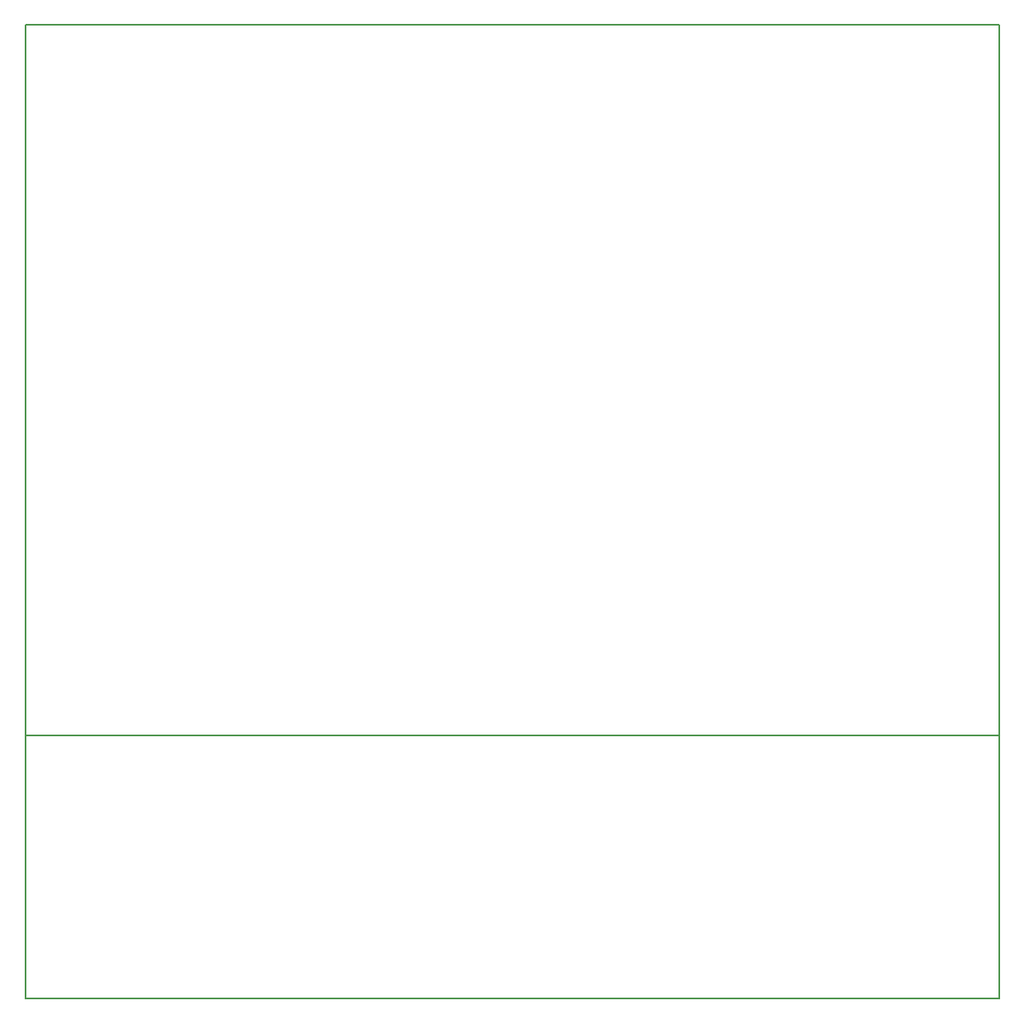
<source format=gbr>
G04 #@! TF.GenerationSoftware,KiCad,Pcbnew,no-vcs-found*
G04 #@! TF.CreationDate,2017-01-05T13:18:46+01:00*
G04 #@! TF.ProjectId,ESP32-HELP-Button-pan,45535033322D48454C502D427574746F,rev?*
G04 #@! TF.FileFunction,Other,User*
%FSLAX46Y46*%
G04 Gerber Fmt 4.6, Leading zero omitted, Abs format (unit mm)*
G04 Created by KiCad (PCBNEW no-vcs-found) date Thu Jan  5 13:18:46 2017*
%MOMM*%
%LPD*%
G01*
G04 APERTURE LIST*
%ADD10C,0.100000*%
%ADD11C,0.200000*%
G04 APERTURE END LIST*
D10*
D11*
X30000000Y-143000000D02*
X130000000Y-143000000D01*
X30000000Y-70000000D02*
X30000000Y-170000000D01*
X130000000Y-70000000D02*
X30000000Y-70000000D01*
X130000000Y-170000000D02*
X130000000Y-70000000D01*
X30000000Y-170000000D02*
X130000000Y-170000000D01*
M02*

</source>
